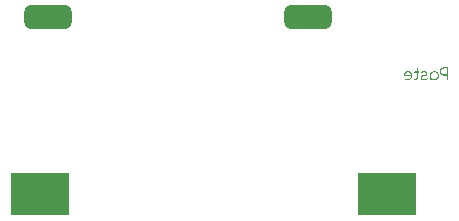
<source format=gbr>
%TF.GenerationSoftware,KiCad,Pcbnew,8.0.8*%
%TF.CreationDate,2025-02-14T08:27:58+01:00*%
%TF.ProjectId,Frog,46726f67-2e6b-4696-9361-645f70636258,rev?*%
%TF.SameCoordinates,Original*%
%TF.FileFunction,Paste,Bot*%
%TF.FilePolarity,Positive*%
%FSLAX46Y46*%
G04 Gerber Fmt 4.6, Leading zero omitted, Abs format (unit mm)*
G04 Created by KiCad (PCBNEW 8.0.8) date 2025-02-14 08:27:58*
%MOMM*%
%LPD*%
G01*
G04 APERTURE LIST*
G04 Aperture macros list*
%AMRoundRect*
0 Rectangle with rounded corners*
0 $1 Rounding radius*
0 $2 $3 $4 $5 $6 $7 $8 $9 X,Y pos of 4 corners*
0 Add a 4 corners polygon primitive as box body*
4,1,4,$2,$3,$4,$5,$6,$7,$8,$9,$2,$3,0*
0 Add four circle primitives for the rounded corners*
1,1,$1+$1,$2,$3*
1,1,$1+$1,$4,$5*
1,1,$1+$1,$6,$7*
1,1,$1+$1,$8,$9*
0 Add four rect primitives between the rounded corners*
20,1,$1+$1,$2,$3,$4,$5,0*
20,1,$1+$1,$4,$5,$6,$7,0*
20,1,$1+$1,$6,$7,$8,$9,0*
20,1,$1+$1,$8,$9,$2,$3,0*%
G04 Aperture macros list end*
%ADD10C,0.100000*%
%ADD11R,5.000000X3.600000*%
%ADD12RoundRect,0.500000X1.500000X0.500000X-1.500000X0.500000X-1.500000X-0.500000X1.500000X-0.500000X0*%
G04 APERTURE END LIST*
D10*
G36*
X134844661Y-81235792D02*
G01*
X134860048Y-81275603D01*
X134860048Y-82274556D01*
X134844661Y-82314368D01*
X134805338Y-82330000D01*
X134766259Y-82314368D01*
X134750872Y-82274801D01*
X134750872Y-81939211D01*
X134525436Y-81939211D01*
X134493652Y-81938084D01*
X134439356Y-81930375D01*
X134388809Y-81915364D01*
X134342009Y-81893049D01*
X134317909Y-81877718D01*
X134278857Y-81845945D01*
X134245369Y-81808802D01*
X134217445Y-81766287D01*
X134202173Y-81735246D01*
X134185188Y-81685626D01*
X134175314Y-81632335D01*
X134172505Y-81581884D01*
X134172515Y-81581639D01*
X134278995Y-81581639D01*
X134280964Y-81617055D01*
X134291302Y-81666514D01*
X134310502Y-81711577D01*
X134323184Y-81732133D01*
X134356614Y-81770663D01*
X134398185Y-81800969D01*
X134427113Y-81814968D01*
X134474110Y-81828466D01*
X134525436Y-81832965D01*
X134750872Y-81832965D01*
X134750872Y-81326161D01*
X134525436Y-81326161D01*
X134494970Y-81327739D01*
X134446169Y-81337786D01*
X134398185Y-81359134D01*
X134377986Y-81372266D01*
X134340173Y-81406610D01*
X134310502Y-81449016D01*
X134295271Y-81482514D01*
X134282718Y-81531807D01*
X134278995Y-81581639D01*
X134172515Y-81581639D01*
X134174085Y-81542760D01*
X134181107Y-81493400D01*
X134195721Y-81441702D01*
X134217445Y-81394061D01*
X134232272Y-81369503D01*
X134263287Y-81329627D01*
X134299866Y-81295314D01*
X134342009Y-81266566D01*
X134372792Y-81250795D01*
X134422091Y-81233257D01*
X134475137Y-81223060D01*
X134525436Y-81220160D01*
X134805338Y-81220160D01*
X134844661Y-81235792D01*
G37*
G36*
X133750881Y-81551628D02*
G01*
X133801988Y-81561245D01*
X133850287Y-81577274D01*
X133895778Y-81599713D01*
X133937543Y-81627572D01*
X133974668Y-81660102D01*
X134007152Y-81697304D01*
X134034996Y-81739176D01*
X134057329Y-81784880D01*
X134073281Y-81833576D01*
X134082852Y-81885264D01*
X134086043Y-81939944D01*
X134082944Y-81993982D01*
X134073647Y-82045212D01*
X134058153Y-82093633D01*
X134036461Y-82139246D01*
X134012968Y-82176151D01*
X133981968Y-82213978D01*
X133941802Y-82250987D01*
X133901395Y-82278953D01*
X133857264Y-82301286D01*
X133810354Y-82317238D01*
X133760665Y-82326809D01*
X133708199Y-82330000D01*
X133676755Y-82328855D01*
X133622861Y-82321024D01*
X133572444Y-82305774D01*
X133525505Y-82283105D01*
X133501141Y-82267633D01*
X133461432Y-82235667D01*
X133427055Y-82198408D01*
X133416817Y-82183407D01*
X133416817Y-82275533D01*
X133401430Y-82315101D01*
X133362351Y-82330000D01*
X133323028Y-82315101D01*
X133307641Y-82276022D01*
X133307641Y-81941409D01*
X133307744Y-81939944D01*
X133414131Y-81939944D01*
X133417756Y-81989990D01*
X133430119Y-82041459D01*
X133451256Y-82089176D01*
X133477059Y-82127907D01*
X133511447Y-82164064D01*
X133552128Y-82193468D01*
X133597893Y-82214882D01*
X133647872Y-82227408D01*
X133696964Y-82231081D01*
X133745378Y-82227408D01*
X133795163Y-82214882D01*
X133841311Y-82193468D01*
X133878883Y-82167016D01*
X133914261Y-82131473D01*
X133943405Y-82089176D01*
X133964820Y-82041459D01*
X133977345Y-81989990D01*
X133981018Y-81939944D01*
X133977345Y-81889220D01*
X133964820Y-81837557D01*
X133943405Y-81790223D01*
X133917168Y-81751702D01*
X133882357Y-81715555D01*
X133841311Y-81685931D01*
X133799509Y-81665581D01*
X133750055Y-81651901D01*
X133696964Y-81647341D01*
X133647872Y-81651109D01*
X133597893Y-81663960D01*
X133552128Y-81685931D01*
X133514886Y-81712593D01*
X133479925Y-81748146D01*
X133451256Y-81790223D01*
X133430119Y-81837557D01*
X133417756Y-81889220D01*
X133414131Y-81939944D01*
X133307744Y-81939944D01*
X133311488Y-81886607D01*
X133321563Y-81834797D01*
X133337866Y-81785979D01*
X133360397Y-81740153D01*
X133388195Y-81698052D01*
X133420542Y-81660652D01*
X133457438Y-81627954D01*
X133498883Y-81599958D01*
X133544053Y-81577411D01*
X133592123Y-81561306D01*
X133643093Y-81551643D01*
X133696964Y-81548422D01*
X133750881Y-81551628D01*
G37*
G36*
X132830390Y-82330000D02*
G01*
X132881867Y-82327257D01*
X132933106Y-82319028D01*
X132984106Y-82305313D01*
X132994277Y-82301912D01*
X133041976Y-82281461D01*
X133083712Y-82255525D01*
X133122734Y-82220658D01*
X133125924Y-82217159D01*
X133138625Y-82179302D01*
X133117376Y-82142909D01*
X133076831Y-82131919D01*
X133041905Y-82149993D01*
X133005583Y-82182658D01*
X132959816Y-82207380D01*
X132953000Y-82210076D01*
X132906018Y-82223676D01*
X132855166Y-82230343D01*
X132830390Y-82231081D01*
X132776679Y-82228260D01*
X132727649Y-82218510D01*
X132680669Y-82195422D01*
X132647214Y-82158596D01*
X132633042Y-82109204D01*
X132646484Y-82060449D01*
X132680669Y-82025673D01*
X132725045Y-82003038D01*
X132775249Y-81987377D01*
X132824067Y-81976944D01*
X132837473Y-81974626D01*
X132887851Y-81965023D01*
X132939919Y-81950847D01*
X132990580Y-81930723D01*
X133036298Y-81903085D01*
X133044836Y-81896224D01*
X133079483Y-81859063D01*
X133102773Y-81813447D01*
X133110537Y-81762868D01*
X133105213Y-81712561D01*
X133087430Y-81665659D01*
X133072679Y-81643677D01*
X133037768Y-81608930D01*
X132994553Y-81582084D01*
X132971807Y-81572358D01*
X132922794Y-81557772D01*
X132870278Y-81549918D01*
X132833321Y-81548422D01*
X132782613Y-81550992D01*
X132731074Y-81559874D01*
X132684591Y-81575101D01*
X132671632Y-81580907D01*
X132628011Y-81605895D01*
X132587402Y-81639211D01*
X132561723Y-81668346D01*
X132550488Y-81706203D01*
X132572958Y-81738443D01*
X132611304Y-81744794D01*
X132648429Y-81724277D01*
X132686226Y-81689167D01*
X132729762Y-81664926D01*
X132779405Y-81650638D01*
X132828552Y-81645950D01*
X132836008Y-81645875D01*
X132885294Y-81649598D01*
X132934239Y-81663598D01*
X132959351Y-81677383D01*
X132993972Y-81712920D01*
X133005512Y-81756517D01*
X132993167Y-81805010D01*
X132988171Y-81812693D01*
X132949896Y-81844199D01*
X132927843Y-81854947D01*
X132880259Y-81870657D01*
X132831372Y-81881448D01*
X132808164Y-81885478D01*
X132758415Y-81894911D01*
X132709052Y-81907933D01*
X132662408Y-81925393D01*
X132642323Y-81935303D01*
X132598516Y-81963948D01*
X132564322Y-81998943D01*
X132555373Y-82012484D01*
X132535956Y-82058585D01*
X132529483Y-82108471D01*
X132535852Y-82159392D01*
X132554959Y-82204991D01*
X132568073Y-82224242D01*
X132604107Y-82260980D01*
X132646027Y-82288595D01*
X132674319Y-82301912D01*
X132723395Y-82317903D01*
X132772168Y-82326681D01*
X132824899Y-82329972D01*
X132830390Y-82330000D01*
G37*
G36*
X132043928Y-82330000D02*
G01*
X132093070Y-82325815D01*
X132142335Y-82311704D01*
X132176308Y-82294584D01*
X132216471Y-82264165D01*
X132249764Y-82226395D01*
X132268143Y-82197131D01*
X132288534Y-82148313D01*
X132298958Y-82099219D01*
X132301605Y-82055959D01*
X132301605Y-81361577D01*
X132286950Y-81321765D01*
X132248360Y-81306133D01*
X132209281Y-81321765D01*
X132193893Y-81361577D01*
X132193893Y-82056203D01*
X132187986Y-82106899D01*
X132168253Y-82153447D01*
X132151884Y-82174905D01*
X132110544Y-82206461D01*
X132060041Y-82220346D01*
X132043928Y-82221067D01*
X132006315Y-82221067D01*
X131969923Y-82236699D01*
X131955757Y-82276266D01*
X131972609Y-82315101D01*
X132014619Y-82330000D01*
X132043928Y-82330000D01*
G37*
G36*
X132392707Y-81674696D02*
G01*
X132427634Y-81661263D01*
X132441556Y-81627801D01*
X132427634Y-81593119D01*
X132392707Y-81579685D01*
X132035624Y-81579685D01*
X132000697Y-81593119D01*
X131986531Y-81627801D01*
X132000697Y-81661263D01*
X132035624Y-81674696D01*
X132392707Y-81674696D01*
G37*
G36*
X131433810Y-82330000D02*
G01*
X131488856Y-82326885D01*
X131540666Y-82317543D01*
X131589240Y-82301973D01*
X131634577Y-82280174D01*
X131675946Y-82252849D01*
X131716866Y-82216343D01*
X131748243Y-82178768D01*
X131771842Y-82141933D01*
X131793534Y-82096152D01*
X131809028Y-82047227D01*
X131818324Y-81995158D01*
X131821423Y-81939944D01*
X131819179Y-81890923D01*
X131811119Y-81838106D01*
X131797197Y-81788708D01*
X131777414Y-81742729D01*
X131774528Y-81737222D01*
X131745330Y-81690837D01*
X131710489Y-81650325D01*
X131670007Y-81615686D01*
X131645080Y-81598981D01*
X131596653Y-81574541D01*
X131544247Y-81558100D01*
X131494322Y-81550200D01*
X131454815Y-81548422D01*
X131403279Y-81551414D01*
X131355163Y-81560390D01*
X131305120Y-81577641D01*
X131269190Y-81596294D01*
X131227517Y-81626139D01*
X131191524Y-81661819D01*
X131161211Y-81703333D01*
X131146824Y-81728918D01*
X131125808Y-81778446D01*
X131112902Y-81825585D01*
X131105429Y-81875654D01*
X131103349Y-81921870D01*
X131117271Y-81957285D01*
X131153663Y-81970474D01*
X131748639Y-81970474D01*
X131748639Y-81880104D01*
X131142428Y-81880104D01*
X131202756Y-81923824D01*
X131205558Y-81870877D01*
X131215979Y-81821856D01*
X131232065Y-81780697D01*
X131258821Y-81737134D01*
X131292927Y-81701334D01*
X131319748Y-81681779D01*
X131365303Y-81659900D01*
X131416972Y-81648119D01*
X131454815Y-81645875D01*
X131507276Y-81650349D01*
X131555176Y-81663769D01*
X131594766Y-81683733D01*
X131636016Y-81716145D01*
X131669641Y-81756594D01*
X131687822Y-81788025D01*
X131706595Y-81835949D01*
X131717575Y-81888376D01*
X131720795Y-81939944D01*
X131717170Y-81991440D01*
X131706293Y-82039072D01*
X131685954Y-82087004D01*
X131683670Y-82091130D01*
X131654943Y-82133010D01*
X131619809Y-82168309D01*
X131582309Y-82194689D01*
X131535670Y-82216243D01*
X131484414Y-82228850D01*
X131433810Y-82232547D01*
X131383129Y-82228089D01*
X131335395Y-82215814D01*
X131332205Y-82214717D01*
X131286226Y-82194567D01*
X131250383Y-82169776D01*
X131215457Y-82156831D01*
X131181751Y-82168066D01*
X131162944Y-82204703D01*
X131178820Y-82238408D01*
X131220637Y-82268340D01*
X131266535Y-82292033D01*
X131296545Y-82304110D01*
X131344942Y-82318850D01*
X131396290Y-82327952D01*
X131433810Y-82330000D01*
G37*
D11*
%TO.C,BT1*%
X100350000Y-92000000D03*
X129650000Y-92000000D03*
%TD*%
D12*
%TO.C,SW1*%
X123000000Y-77000000D03*
X101000000Y-77000000D03*
%TD*%
M02*

</source>
